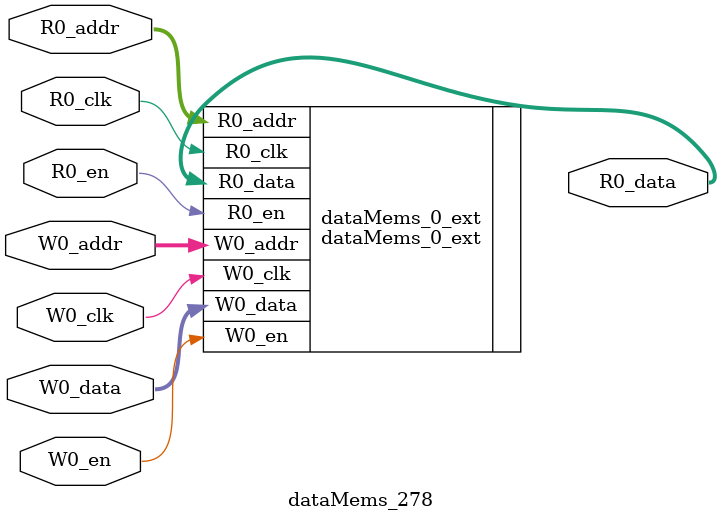
<source format=sv>
`ifndef RANDOMIZE
  `ifdef RANDOMIZE_REG_INIT
    `define RANDOMIZE
  `endif // RANDOMIZE_REG_INIT
`endif // not def RANDOMIZE
`ifndef RANDOMIZE
  `ifdef RANDOMIZE_MEM_INIT
    `define RANDOMIZE
  `endif // RANDOMIZE_MEM_INIT
`endif // not def RANDOMIZE

`ifndef RANDOM
  `define RANDOM $random
`endif // not def RANDOM

// Users can define 'PRINTF_COND' to add an extra gate to prints.
`ifndef PRINTF_COND_
  `ifdef PRINTF_COND
    `define PRINTF_COND_ (`PRINTF_COND)
  `else  // PRINTF_COND
    `define PRINTF_COND_ 1
  `endif // PRINTF_COND
`endif // not def PRINTF_COND_

// Users can define 'ASSERT_VERBOSE_COND' to add an extra gate to assert error printing.
`ifndef ASSERT_VERBOSE_COND_
  `ifdef ASSERT_VERBOSE_COND
    `define ASSERT_VERBOSE_COND_ (`ASSERT_VERBOSE_COND)
  `else  // ASSERT_VERBOSE_COND
    `define ASSERT_VERBOSE_COND_ 1
  `endif // ASSERT_VERBOSE_COND
`endif // not def ASSERT_VERBOSE_COND_

// Users can define 'STOP_COND' to add an extra gate to stop conditions.
`ifndef STOP_COND_
  `ifdef STOP_COND
    `define STOP_COND_ (`STOP_COND)
  `else  // STOP_COND
    `define STOP_COND_ 1
  `endif // STOP_COND
`endif // not def STOP_COND_

// Users can define INIT_RANDOM as general code that gets injected into the
// initializer block for modules with registers.
`ifndef INIT_RANDOM
  `define INIT_RANDOM
`endif // not def INIT_RANDOM

// If using random initialization, you can also define RANDOMIZE_DELAY to
// customize the delay used, otherwise 0.002 is used.
`ifndef RANDOMIZE_DELAY
  `define RANDOMIZE_DELAY 0.002
`endif // not def RANDOMIZE_DELAY

// Define INIT_RANDOM_PROLOG_ for use in our modules below.
`ifndef INIT_RANDOM_PROLOG_
  `ifdef RANDOMIZE
    `ifdef VERILATOR
      `define INIT_RANDOM_PROLOG_ `INIT_RANDOM
    `else  // VERILATOR
      `define INIT_RANDOM_PROLOG_ `INIT_RANDOM #`RANDOMIZE_DELAY begin end
    `endif // VERILATOR
  `else  // RANDOMIZE
    `define INIT_RANDOM_PROLOG_
  `endif // RANDOMIZE
`endif // not def INIT_RANDOM_PROLOG_

// Include register initializers in init blocks unless synthesis is set
`ifndef SYNTHESIS
  `ifndef ENABLE_INITIAL_REG_
    `define ENABLE_INITIAL_REG_
  `endif // not def ENABLE_INITIAL_REG_
`endif // not def SYNTHESIS

// Include rmemory initializers in init blocks unless synthesis is set
`ifndef SYNTHESIS
  `ifndef ENABLE_INITIAL_MEM_
    `define ENABLE_INITIAL_MEM_
  `endif // not def ENABLE_INITIAL_MEM_
`endif // not def SYNTHESIS

module dataMems_278(	// @[generators/ara/src/main/scala/UnsafeAXI4ToTL.scala:365:62]
  input  [4:0]  R0_addr,
  input         R0_en,
  input         R0_clk,
  output [66:0] R0_data,
  input  [4:0]  W0_addr,
  input         W0_en,
  input         W0_clk,
  input  [66:0] W0_data
);

  dataMems_0_ext dataMems_0_ext (	// @[generators/ara/src/main/scala/UnsafeAXI4ToTL.scala:365:62]
    .R0_addr (R0_addr),
    .R0_en   (R0_en),
    .R0_clk  (R0_clk),
    .R0_data (R0_data),
    .W0_addr (W0_addr),
    .W0_en   (W0_en),
    .W0_clk  (W0_clk),
    .W0_data (W0_data)
  );
endmodule


</source>
